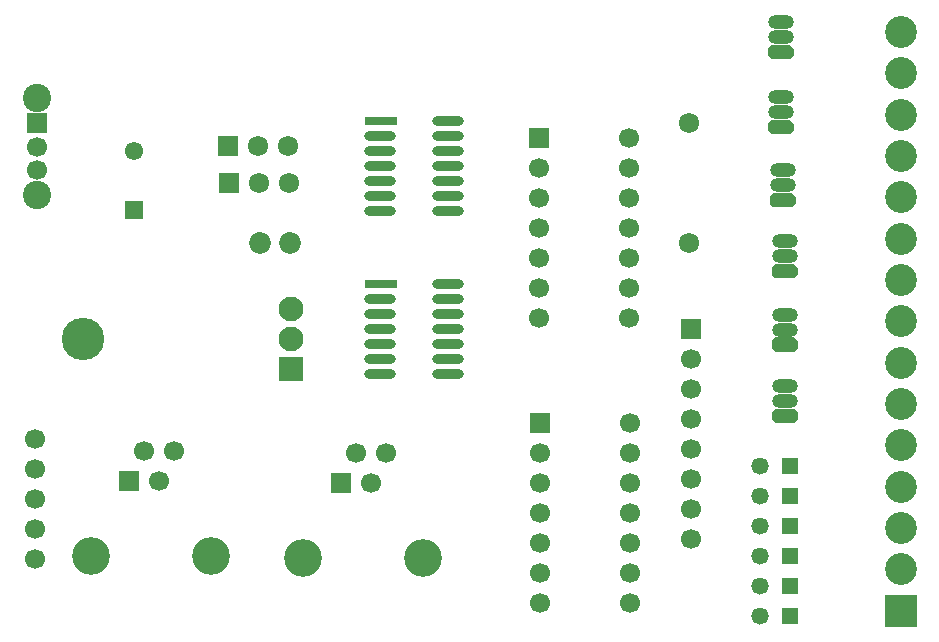
<source format=gbr>
G04 DipTrace 2.4.0.1*
%INTopMask.gbr*%
%MOMM*%
%ADD40C,3.2*%
%ADD41C,3.6*%
%ADD51R,2.1X2.1*%
%ADD52R,1.7X1.7*%
%ADD53C,2.1*%
%ADD54C,1.7*%
%ADD55O,2.7X0.8*%
%ADD57R,2.7X0.8*%
%ADD59C,2.4*%
%ADD61C,1.7*%
%ADD63C,1.724*%
%ADD65O,2.2X1.2*%
%ADD67C,1.724*%
%ADD69R,1.724X1.724*%
%ADD73C,2.7*%
%ADD75R,2.7X2.7*%
%ADD77R,1.47X1.47*%
%ADD79C,1.47*%
%ADD81C,1.85*%
%ADD83C,1.55*%
%ADD85R,1.55X1.55*%
%FSLAX53Y53*%
G04*
G71*
G90*
G75*
G01*
%LNTopMask*%
%LPD*%
D85*
X24100Y47300D3*
D83*
Y52300D3*
D81*
X37300Y44500D3*
X34760D3*
D79*
X77123Y12852D3*
D77*
X79663D3*
D79*
X77123Y15392D3*
D77*
X79663D3*
D79*
X77123Y17932D3*
D77*
X79663D3*
D79*
X77123Y20472D3*
D77*
X79663D3*
D79*
X77123Y23013D3*
D77*
X79663D3*
D79*
X77123Y25553D3*
D77*
X79663D3*
D75*
X89031Y13334D3*
D73*
Y16834D3*
Y20334D3*
Y23834D3*
Y27334D3*
Y30834D3*
Y34334D3*
Y37834D3*
Y41334D3*
Y44834D3*
Y48334D3*
Y51834D3*
Y55334D3*
Y58834D3*
Y62334D3*
D52*
X23654Y24289D3*
D54*
X24924Y26829D3*
X26194Y24289D3*
X27464Y26829D3*
D40*
X20474Y17939D3*
X30634D3*
D52*
X41595Y24130D3*
D54*
X42865Y26670D3*
X44135Y24130D3*
X45405Y26670D3*
D40*
X38415Y17780D3*
X48575D3*
D69*
X32100Y52700D3*
D67*
X34640D3*
X37180D3*
D69*
X32140Y49560D3*
D67*
X34680D3*
X37220D3*
G36*
X79979Y29240D2*
X80287Y29548D1*
Y30131D1*
X79979Y30440D1*
X78396D1*
X78087Y30131D1*
Y29548D1*
X78396Y29240D1*
X79979D1*
G37*
D65*
X79187Y31110D3*
Y32380D3*
G36*
X79979Y35273D2*
X80287Y35581D1*
Y36164D1*
X79979Y36473D1*
X78396D1*
X78087Y36164D1*
Y35581D1*
X78396Y35273D1*
X79979D1*
G37*
D65*
X79187Y37143D3*
Y38413D3*
G36*
X79979Y41465D2*
X80287Y41773D1*
Y42356D1*
X79979Y42665D1*
X78396D1*
X78087Y42356D1*
Y41773D1*
X78396Y41465D1*
X79979D1*
G37*
D65*
X79187Y43335D3*
Y44605D3*
G36*
X79820Y47498D2*
X80128Y47806D1*
Y48389D1*
X79820Y48698D1*
X78237D1*
X77928Y48389D1*
Y47806D1*
X78237Y47498D1*
X79820D1*
G37*
D65*
X79028Y49368D3*
Y50638D3*
G36*
X79661Y53690D2*
X79970Y53998D1*
Y54581D1*
X79661Y54890D1*
X78078D1*
X77770Y54581D1*
Y53998D1*
X78078Y53690D1*
X79661D1*
G37*
D65*
X78870Y55560D3*
Y56830D3*
G36*
X79661Y60040D2*
X79970Y60349D1*
Y60932D1*
X79661Y61240D1*
X78078D1*
X77770Y60932D1*
Y60349D1*
X78078Y60040D1*
X79661D1*
G37*
D65*
X78870Y61910D3*
Y63180D3*
D67*
X71125Y54648D3*
D63*
Y44488D3*
D52*
X71284Y37149D3*
D61*
Y34609D3*
Y32069D3*
Y29529D3*
Y26989D3*
Y24449D3*
Y21909D3*
Y19369D3*
D52*
X15857Y54613D3*
D61*
Y52613D3*
Y50613D3*
D59*
Y56713D3*
Y48513D3*
D57*
X45000Y41000D3*
D55*
X44963Y39730D3*
Y38460D3*
Y37190D3*
Y35920D3*
Y34650D3*
Y33380D3*
X50690D3*
Y34650D3*
Y35920D3*
Y37190D3*
Y38460D3*
Y39730D3*
Y41000D3*
D57*
X45000Y54800D3*
D55*
X44963Y53530D3*
Y52260D3*
Y50990D3*
Y49720D3*
Y48450D3*
Y47180D3*
X50690D3*
Y48450D3*
Y49720D3*
Y50990D3*
Y52260D3*
Y53530D3*
Y54800D3*
D52*
X58465Y29211D3*
D61*
Y26671D3*
Y24131D3*
Y21591D3*
Y19051D3*
Y16511D3*
Y13971D3*
X66085D3*
Y16511D3*
Y19051D3*
Y21591D3*
Y24131D3*
Y26671D3*
Y29211D3*
D52*
X58365Y53343D3*
D61*
Y50803D3*
Y48263D3*
Y45723D3*
Y43183D3*
Y40643D3*
Y38103D3*
X65985D3*
Y40643D3*
Y43183D3*
Y45723D3*
Y48263D3*
Y50803D3*
Y53343D3*
D53*
X37400Y38900D3*
Y36360D3*
D51*
Y33820D3*
D41*
X19800Y36360D3*
D54*
X15700Y27900D3*
Y25360D3*
Y22820D3*
Y20280D3*
Y17740D3*
M02*

</source>
